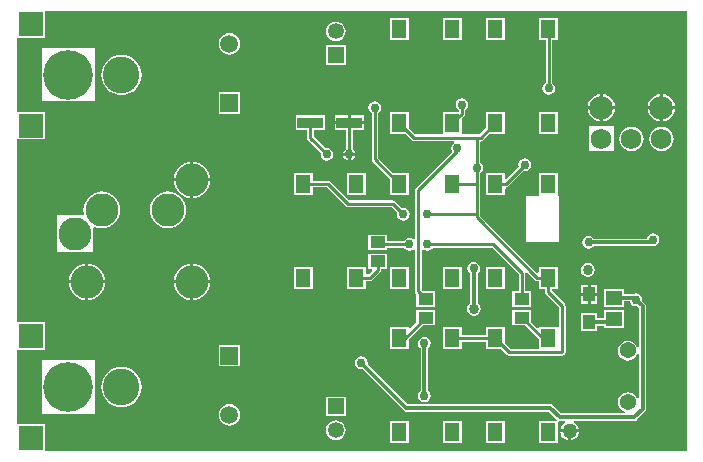
<source format=gtl>
%FSLAX42Y42*%
%MOMM*%
G71*
G01*
G75*
G04 Layer_Physical_Order=1*
G04 Layer_Color=255*
%ADD10R,1.30X1.55*%
%ADD11R,1.40X1.20*%
%ADD12R,1.30X1.00*%
%ADD13R,2.20X0.95*%
%ADD14R,1.10X1.25*%
%ADD15C,0.30*%
%ADD16C,0.25*%
%ADD17C,1.75*%
%ADD18C,2.00*%
%ADD19R,2.00X2.00*%
%ADD20C,4.20*%
%ADD21C,3.10*%
%ADD22C,1.37*%
%ADD23C,0.86*%
%ADD24R,1.35X1.35*%
%ADD25C,1.35*%
%ADD26C,2.79*%
%ADD27R,1.50X1.50*%
%ADD28C,1.50*%
%ADD29C,0.76*%
%ADD30C,1.27*%
G36*
X10157Y7026D02*
X4722D01*
Y7254D01*
X4492D01*
D01*
X4492D01*
X4486Y7260D01*
Y7884D01*
X4486D01*
X4492D01*
X4497Y7884D01*
X4497Y7884D01*
Y7884D01*
X4722D01*
Y8114D01*
X4497D01*
X4497Y8114D01*
Y8114D01*
X4492Y8114D01*
X4486Y8120D01*
Y9666D01*
X4486D01*
X4492D01*
X4497Y9666D01*
X4497Y9666D01*
Y9666D01*
X4722D01*
Y9896D01*
X4497D01*
X4497Y9896D01*
Y9896D01*
X4492Y9896D01*
X4486Y9902D01*
Y10526D01*
X4492D01*
Y10526D01*
X4722D01*
Y10754D01*
X10157D01*
Y7026D01*
D02*
G37*
%LPC*%
G36*
X9402Y8430D02*
X9345D01*
Y8365D01*
X9402D01*
Y8430D01*
D02*
G37*
G36*
X6993Y8585D02*
X6832D01*
Y8400D01*
X6993D01*
Y8585D01*
D02*
G37*
G36*
X8255D02*
X8095D01*
Y8400D01*
X8255D01*
Y8585D01*
D02*
G37*
G36*
X7805D02*
X7645D01*
Y8400D01*
X7805D01*
Y8585D01*
D02*
G37*
G36*
X5956Y8446D02*
X5815D01*
X5816Y8428D01*
X5825Y8399D01*
X5840Y8372D01*
X5859Y8348D01*
X5883Y8329D01*
X5909Y8314D01*
X5939Y8306D01*
X5956Y8304D01*
Y8446D01*
D02*
G37*
G36*
X5234D02*
X5093D01*
Y8304D01*
X5110Y8306D01*
X5140Y8314D01*
X5166Y8329D01*
X5190Y8348D01*
X5209Y8372D01*
X5224Y8399D01*
X5233Y8428D01*
X5234Y8446D01*
D02*
G37*
G36*
X9319Y8430D02*
X9262D01*
Y8365D01*
X9319D01*
Y8430D01*
D02*
G37*
G36*
X6123Y8446D02*
X5982D01*
Y8304D01*
X5999Y8306D01*
X6029Y8314D01*
X6055Y8329D01*
X6079Y8348D01*
X6098Y8372D01*
X6113Y8399D01*
X6122Y8428D01*
X6123Y8446D01*
D02*
G37*
G36*
X8618Y8585D02*
X8458D01*
Y8400D01*
X8618D01*
Y8585D01*
D02*
G37*
G36*
X9068Y9380D02*
X8908D01*
Y9198D01*
X8908Y9198D01*
X8908D01*
X8908Y9195D01*
X8900Y9187D01*
X8801D01*
Y8796D01*
X9081D01*
Y9187D01*
X9076D01*
X9068Y9195D01*
X9068Y9198D01*
X9068Y9198D01*
X9068D01*
Y9380D01*
D02*
G37*
G36*
X7624Y8697D02*
X7464D01*
Y8567D01*
X7491D01*
X7497Y8553D01*
X7465Y8521D01*
X7443D01*
Y8585D01*
X7282D01*
Y8400D01*
X7443D01*
Y8464D01*
X7476D01*
X7476Y8464D01*
X7487Y8466D01*
X7497Y8472D01*
X7564Y8540D01*
X7564Y8540D01*
X7570Y8549D01*
X7572Y8560D01*
Y8567D01*
X7624D01*
Y8697D01*
D02*
G37*
G36*
X5766Y9223D02*
X5735Y9220D01*
X5706Y9212D01*
X5679Y9197D01*
X5656Y9178D01*
X5636Y9154D01*
X5622Y9127D01*
X5613Y9098D01*
X5610Y9068D01*
X5613Y9037D01*
X5622Y9008D01*
X5636Y8981D01*
X5656Y8958D01*
X5679Y8938D01*
X5706Y8924D01*
X5735Y8915D01*
X5766Y8912D01*
X5796Y8915D01*
X5825Y8924D01*
X5852Y8938D01*
X5876Y8958D01*
X5895Y8981D01*
X5910Y9008D01*
X5918Y9037D01*
X5921Y9068D01*
X5918Y9098D01*
X5910Y9127D01*
X5895Y9154D01*
X5876Y9178D01*
X5852Y9197D01*
X5825Y9212D01*
X5796Y9220D01*
X5766Y9223D01*
D02*
G37*
G36*
X9873Y8868D02*
X9852Y8864D01*
X9835Y8852D01*
X9823Y8835D01*
X9821Y8825D01*
X9370D01*
X9365Y8832D01*
X9348Y8844D01*
X9327Y8848D01*
X9306Y8844D01*
X9288Y8832D01*
X9277Y8814D01*
X9272Y8793D01*
X9277Y8773D01*
X9288Y8755D01*
X9306Y8743D01*
X9327Y8739D01*
X9348Y8743D01*
X9365Y8755D01*
X9370Y8762D01*
X9853D01*
X9855Y8763D01*
X9873Y8759D01*
X9894Y8764D01*
X9911Y8775D01*
X9923Y8793D01*
X9927Y8814D01*
X9923Y8835D01*
X9911Y8852D01*
X9894Y8864D01*
X9873Y8868D01*
D02*
G37*
G36*
X9322Y8619D02*
X9299Y8615D01*
X9280Y8602D01*
X9267Y8583D01*
X9262Y8560D01*
X9267Y8537D01*
X9280Y8518D01*
X9299Y8505D01*
X9322Y8500D01*
X9345Y8505D01*
X9364Y8518D01*
X9377Y8537D01*
X9381Y8560D01*
X9377Y8583D01*
X9364Y8602D01*
X9345Y8615D01*
X9322Y8619D01*
D02*
G37*
G36*
X5093Y8613D02*
Y8471D01*
X5234D01*
X5233Y8489D01*
X5224Y8518D01*
X5209Y8545D01*
X5190Y8568D01*
X5166Y8588D01*
X5140Y8602D01*
X5110Y8611D01*
X5093Y8613D01*
D02*
G37*
G36*
X5067D02*
X5050Y8611D01*
X5020Y8602D01*
X4994Y8588D01*
X4970Y8568D01*
X4951Y8545D01*
X4936Y8518D01*
X4927Y8489D01*
X4926Y8471D01*
X5067D01*
Y8613D01*
D02*
G37*
G36*
X5982D02*
Y8471D01*
X6123D01*
X6122Y8489D01*
X6113Y8518D01*
X6098Y8545D01*
X6079Y8568D01*
X6055Y8588D01*
X6029Y8602D01*
X5999Y8611D01*
X5982Y8613D01*
D02*
G37*
G36*
X5956D02*
X5939Y8611D01*
X5909Y8602D01*
X5883Y8588D01*
X5859Y8568D01*
X5840Y8545D01*
X5825Y8518D01*
X5816Y8489D01*
X5815Y8471D01*
X5956D01*
Y8613D01*
D02*
G37*
G36*
X6287Y7423D02*
X6263Y7420D01*
X6241Y7411D01*
X6222Y7396D01*
X6208Y7377D01*
X6199Y7355D01*
X6195Y7332D01*
X6199Y7308D01*
X6208Y7286D01*
X6222Y7268D01*
X6241Y7253D01*
X6263Y7244D01*
X6287Y7241D01*
X6310Y7244D01*
X6332Y7253D01*
X6351Y7268D01*
X6365Y7286D01*
X6374Y7308D01*
X6378Y7332D01*
X6374Y7355D01*
X6365Y7377D01*
X6351Y7396D01*
X6332Y7411D01*
X6310Y7420D01*
X6287Y7423D01*
D02*
G37*
G36*
X7188Y7286D02*
X7167Y7283D01*
X7146Y7275D01*
X7129Y7262D01*
X7116Y7244D01*
X7108Y7224D01*
X7105Y7203D01*
X7108Y7181D01*
X7116Y7161D01*
X7129Y7143D01*
X7146Y7130D01*
X7167Y7122D01*
X7188Y7119D01*
X7210Y7122D01*
X7230Y7130D01*
X7247Y7143D01*
X7260Y7161D01*
X7269Y7181D01*
X7272Y7203D01*
X7269Y7224D01*
X7260Y7244D01*
X7247Y7262D01*
X7230Y7275D01*
X7210Y7283D01*
X7188Y7286D01*
D02*
G37*
G36*
X5149Y7795D02*
X4696D01*
Y7582D01*
X4697Y7582D01*
D01*
D01*
X4697Y7557D01*
X4696Y7343D01*
X5149D01*
Y7795D01*
D02*
G37*
G36*
X7271Y7485D02*
X7105D01*
Y7320D01*
X7271D01*
Y7485D01*
D02*
G37*
G36*
X9245Y7183D02*
X9180D01*
Y7118D01*
X9187Y7119D01*
X9207Y7127D01*
X9223Y7140D01*
X9236Y7156D01*
X9244Y7175D01*
X9245Y7183D01*
D02*
G37*
G36*
X7805Y7277D02*
X7645D01*
Y7092D01*
X7805D01*
Y7277D01*
D02*
G37*
G36*
X8618Y7277D02*
X8458D01*
Y7092D01*
X8618D01*
Y7277D01*
D02*
G37*
G36*
X9154Y7183D02*
X9089D01*
X9090Y7175D01*
X9098Y7156D01*
X9111Y7140D01*
X9127Y7127D01*
X9146Y7119D01*
X9154Y7118D01*
Y7183D01*
D02*
G37*
G36*
X8255Y7277D02*
X8095D01*
Y7092D01*
X8255D01*
Y7277D01*
D02*
G37*
G36*
X5372Y7740D02*
X5339Y7737D01*
X5307Y7727D01*
X5277Y7711D01*
X5251Y7690D01*
X5230Y7664D01*
X5214Y7635D01*
X5204Y7603D01*
X5201Y7569D01*
X5204Y7536D01*
X5214Y7504D01*
X5230Y7474D01*
X5251Y7448D01*
X5277Y7427D01*
X5307Y7411D01*
X5339Y7401D01*
X5372Y7398D01*
X5405Y7401D01*
X5438Y7411D01*
X5467Y7427D01*
X5493Y7448D01*
X5514Y7474D01*
X5530Y7504D01*
X5540Y7536D01*
X5543Y7569D01*
X5540Y7603D01*
X5530Y7635D01*
X5514Y7664D01*
X5493Y7690D01*
X5467Y7711D01*
X5438Y7727D01*
X5405Y7737D01*
X5372Y7740D01*
D02*
G37*
G36*
X9319Y8339D02*
X9262D01*
Y8274D01*
X9319D01*
Y8339D01*
D02*
G37*
G36*
X8357Y8627D02*
X8336Y8623D01*
X8318Y8611D01*
X8306Y8593D01*
X8302Y8572D01*
X8306Y8552D01*
X8318Y8534D01*
X8326Y8529D01*
Y8279D01*
X8314Y8272D01*
X8302Y8252D01*
X8297Y8230D01*
X8302Y8207D01*
X8314Y8187D01*
X8334Y8175D01*
X8357Y8170D01*
X8379Y8175D01*
X8399Y8187D01*
X8412Y8207D01*
X8416Y8230D01*
X8412Y8252D01*
X8399Y8272D01*
X8388Y8279D01*
Y8529D01*
X8395Y8534D01*
X8407Y8552D01*
X8411Y8572D01*
X8407Y8593D01*
X8395Y8611D01*
X8377Y8623D01*
X8357Y8627D01*
D02*
G37*
G36*
X5067Y8446D02*
X4926D01*
X4927Y8428D01*
X4936Y8399D01*
X4951Y8372D01*
X4970Y8348D01*
X4994Y8329D01*
X5020Y8314D01*
X5050Y8306D01*
X5067Y8304D01*
Y8446D01*
D02*
G37*
G36*
X9402Y8339D02*
X9345D01*
Y8274D01*
X9402D01*
Y8339D01*
D02*
G37*
G36*
X9628Y8220D02*
X9458D01*
Y8148D01*
X9402D01*
Y8195D01*
X9262D01*
Y8039D01*
X9402D01*
Y8086D01*
X9458D01*
Y8069D01*
X9628D01*
Y8220D01*
D02*
G37*
G36*
X6377Y7922D02*
X6196D01*
Y7742D01*
X6377D01*
Y7922D01*
D02*
G37*
G36*
X7938Y7992D02*
X7917Y7988D01*
X7899Y7976D01*
X7887Y7958D01*
X7883Y7938D01*
X7887Y7917D01*
X7899Y7899D01*
X7906Y7894D01*
Y7536D01*
X7899Y7531D01*
X7887Y7514D01*
X7883Y7493D01*
X7887Y7472D01*
X7899Y7455D01*
X7917Y7443D01*
X7938Y7439D01*
X7958Y7443D01*
X7976Y7455D01*
X7988Y7472D01*
X7992Y7493D01*
X7988Y7514D01*
X7976Y7531D01*
X7969Y7536D01*
Y7894D01*
X7976Y7899D01*
X7988Y7917D01*
X7992Y7938D01*
X7988Y7958D01*
X7976Y7976D01*
X7958Y7988D01*
X7938Y7992D01*
D02*
G37*
G36*
X8030Y8220D02*
X7870D01*
Y8115D01*
X7820Y8064D01*
X7805Y8070D01*
Y8072D01*
X7645D01*
Y7887D01*
X7805D01*
Y7970D01*
X7925Y8089D01*
X8030D01*
Y8220D01*
D02*
G37*
G36*
X9628Y8400D02*
X9458D01*
Y8249D01*
X9628D01*
Y8294D01*
X9676D01*
X9678Y8285D01*
X9690Y8267D01*
X9707Y8256D01*
X9728Y8251D01*
X9737Y8253D01*
X9753Y8237D01*
Y7909D01*
X9738Y7906D01*
X9733Y7919D01*
X9719Y7936D01*
X9702Y7950D01*
X9682Y7958D01*
X9660Y7961D01*
X9638Y7958D01*
X9617Y7950D01*
X9600Y7936D01*
X9586Y7919D01*
X9578Y7898D01*
X9575Y7877D01*
X9578Y7855D01*
X9586Y7834D01*
X9600Y7817D01*
X9617Y7803D01*
X9638Y7795D01*
X9660Y7792D01*
X9682Y7795D01*
X9702Y7803D01*
X9719Y7817D01*
X9733Y7834D01*
X9738Y7847D01*
X9753Y7844D01*
Y7472D01*
X9738Y7469D01*
X9733Y7482D01*
X9719Y7499D01*
X9702Y7513D01*
X9682Y7521D01*
X9660Y7524D01*
X9638Y7521D01*
X9617Y7513D01*
X9600Y7499D01*
X9586Y7482D01*
X9578Y7462D01*
X9575Y7440D01*
X9578Y7418D01*
X9586Y7397D01*
X9600Y7380D01*
X9617Y7366D01*
X9636Y7359D01*
X9633Y7344D01*
X9096D01*
X9026Y7413D01*
X9016Y7420D01*
X9004Y7422D01*
X7798D01*
X7457Y7764D01*
X7458Y7772D01*
X7454Y7793D01*
X7443Y7811D01*
X7425Y7823D01*
X7404Y7827D01*
X7383Y7823D01*
X7366Y7811D01*
X7354Y7793D01*
X7350Y7772D01*
X7354Y7752D01*
X7366Y7734D01*
X7383Y7722D01*
X7404Y7718D01*
X7413Y7720D01*
X7763Y7369D01*
X7763Y7369D01*
X7763D01*
X7763Y7369D01*
X7763D01*
X7763Y7369D01*
Y7369D01*
Y7369D01*
D01*
D01*
X7763D01*
Y7369D01*
X7773Y7363D01*
X7785Y7360D01*
X8991D01*
X9061Y7291D01*
X9059Y7288D01*
X9052Y7277D01*
X8908D01*
Y7092D01*
X9068D01*
Y7273D01*
X9080Y7282D01*
X9083Y7282D01*
X9129D01*
X9132Y7267D01*
X9127Y7265D01*
X9111Y7252D01*
X9098Y7236D01*
X9090Y7216D01*
X9089Y7209D01*
X9245D01*
X9244Y7216D01*
X9236Y7236D01*
X9223Y7252D01*
X9207Y7265D01*
X9202Y7267D01*
X9205Y7282D01*
X9713D01*
X9725Y7284D01*
X9735Y7291D01*
X9806Y7362D01*
X9813Y7372D01*
X9815Y7384D01*
Y8250D01*
X9813Y8262D01*
X9806Y8272D01*
X9781Y8297D01*
X9783Y8306D01*
X9778Y8327D01*
X9767Y8344D01*
X9749Y8356D01*
X9728Y8360D01*
X9707Y8356D01*
X9707Y8356D01*
X9628D01*
Y8400D01*
D02*
G37*
G36*
X6993Y9380D02*
X6832D01*
Y9195D01*
X6993D01*
Y9259D01*
X7109D01*
X7270Y9098D01*
X7270Y9098D01*
X7279Y9092D01*
X7279Y9092D01*
X7279Y9092D01*
D01*
X7279Y9092D01*
X7279Y9092D01*
X7290Y9090D01*
X7290Y9090D01*
X7659D01*
X7708Y9041D01*
X7705Y9030D01*
X7709Y9009D01*
X7721Y8991D01*
X7739Y8979D01*
X7760Y8975D01*
X7781Y8979D01*
X7798Y8991D01*
X7810Y9009D01*
X7814Y9030D01*
X7810Y9051D01*
X7798Y9068D01*
X7781Y9080D01*
X7760Y9084D01*
X7748Y9082D01*
X7691Y9139D01*
X7682Y9145D01*
X7671Y9147D01*
X7671Y9147D01*
X7302D01*
X7141Y9308D01*
X7132Y9314D01*
X7121Y9316D01*
X7121Y9316D01*
X6993D01*
Y9380D01*
D02*
G37*
G36*
X9449Y10047D02*
Y9945D01*
X9551D01*
X9548Y9962D01*
X9537Y9990D01*
X9518Y10014D01*
X9494Y10033D01*
X9466Y10045D01*
X9449Y10047D01*
D02*
G37*
G36*
X9423D02*
X9406Y10045D01*
X9378Y10033D01*
X9354Y10014D01*
X9335Y9990D01*
X9324Y9962D01*
X9322Y9945D01*
X9423D01*
Y10047D01*
D02*
G37*
G36*
X9957D02*
Y9945D01*
X10059D01*
X10056Y9962D01*
X10045Y9990D01*
X10026Y10014D01*
X10002Y10033D01*
X9974Y10045D01*
X9957Y10047D01*
D02*
G37*
G36*
X9931D02*
X9914Y10045D01*
X9886Y10033D01*
X9862Y10014D01*
X9843Y9990D01*
X9832Y9962D01*
X9830Y9945D01*
X9931D01*
Y10047D01*
D02*
G37*
G36*
X6377Y10064D02*
X6196D01*
Y9883D01*
X6377D01*
Y10064D01*
D02*
G37*
G36*
X9551Y9920D02*
X9449D01*
Y9818D01*
X9466Y9820D01*
X9494Y9832D01*
X9518Y9850D01*
X9537Y9874D01*
X9548Y9902D01*
X9551Y9920D01*
D02*
G37*
G36*
X9423D02*
X9322D01*
X9324Y9902D01*
X9335Y9874D01*
X9354Y9850D01*
X9378Y9832D01*
X9406Y9820D01*
X9423Y9818D01*
Y9920D01*
D02*
G37*
G36*
X10059D02*
X9957D01*
Y9818D01*
X9974Y9820D01*
X10002Y9832D01*
X10026Y9850D01*
X10045Y9874D01*
X10056Y9902D01*
X10059Y9920D01*
D02*
G37*
G36*
X9931D02*
X9830D01*
X9832Y9902D01*
X9843Y9874D01*
X9862Y9850D01*
X9886Y9832D01*
X9914Y9820D01*
X9931Y9818D01*
Y9920D01*
D02*
G37*
G36*
X7805Y10688D02*
X7645D01*
Y10503D01*
X7805D01*
Y10688D01*
D02*
G37*
G36*
X7188Y10661D02*
X7167Y10658D01*
X7146Y10650D01*
X7129Y10637D01*
X7116Y10619D01*
X7108Y10599D01*
X7105Y10578D01*
X7108Y10556D01*
X7116Y10536D01*
X7129Y10518D01*
X7146Y10505D01*
X7167Y10497D01*
X7188Y10494D01*
X7210Y10497D01*
X7230Y10505D01*
X7247Y10518D01*
X7260Y10536D01*
X7269Y10556D01*
X7272Y10578D01*
X7269Y10599D01*
X7260Y10619D01*
X7247Y10637D01*
X7230Y10650D01*
X7210Y10658D01*
X7188Y10661D01*
D02*
G37*
G36*
X8618Y10688D02*
X8458D01*
Y10503D01*
X8618D01*
Y10688D01*
D02*
G37*
G36*
X8255D02*
X8095D01*
Y10503D01*
X8255D01*
Y10688D01*
D02*
G37*
G36*
X6287Y10565D02*
X6263Y10561D01*
X6241Y10552D01*
X6222Y10538D01*
X6208Y10519D01*
X6199Y10497D01*
X6195Y10474D01*
X6199Y10450D01*
X6208Y10428D01*
X6222Y10409D01*
X6241Y10395D01*
X6263Y10386D01*
X6287Y10382D01*
X6310Y10386D01*
X6332Y10395D01*
X6351Y10409D01*
X6365Y10428D01*
X6374Y10450D01*
X6378Y10474D01*
X6374Y10497D01*
X6365Y10519D01*
X6351Y10538D01*
X6332Y10552D01*
X6310Y10561D01*
X6287Y10565D01*
D02*
G37*
G36*
X5372Y10382D02*
X5339Y10379D01*
X5307Y10369D01*
X5277Y10353D01*
X5251Y10332D01*
X5230Y10306D01*
X5214Y10276D01*
X5204Y10244D01*
X5201Y10211D01*
X5204Y10177D01*
X5214Y10145D01*
X5230Y10116D01*
X5251Y10090D01*
X5277Y10069D01*
X5307Y10053D01*
X5339Y10043D01*
X5372Y10040D01*
X5405Y10043D01*
X5438Y10053D01*
X5467Y10069D01*
X5493Y10090D01*
X5514Y10116D01*
X5530Y10145D01*
X5540Y10177D01*
X5543Y10211D01*
X5540Y10244D01*
X5530Y10276D01*
X5514Y10306D01*
X5493Y10332D01*
X5467Y10353D01*
X5438Y10369D01*
X5405Y10379D01*
X5372Y10382D01*
D02*
G37*
G36*
X5149Y10437D02*
X4696D01*
Y10224D01*
X4697Y10224D01*
D01*
D01*
X4697Y10199D01*
X4696Y9985D01*
X5149D01*
Y10437D01*
D02*
G37*
G36*
X7271Y10460D02*
X7105D01*
Y10295D01*
X7271D01*
Y10460D01*
D02*
G37*
G36*
X9068Y10688D02*
X8908D01*
Y10503D01*
X8963D01*
Y10142D01*
X8953Y10135D01*
X8941Y10117D01*
X8937Y10096D01*
X8941Y10076D01*
X8953Y10058D01*
X8971Y10046D01*
X8992Y10042D01*
X9012Y10046D01*
X9030Y10058D01*
X9042Y10076D01*
X9046Y10096D01*
X9042Y10117D01*
X9030Y10135D01*
X9020Y10142D01*
Y10503D01*
X9068D01*
Y10688D01*
D02*
G37*
G36*
X7428Y9867D02*
X7315D01*
Y9817D01*
X7428D01*
Y9867D01*
D02*
G37*
G36*
X5982Y9476D02*
Y9335D01*
X6123D01*
X6122Y9352D01*
X6113Y9381D01*
X6098Y9408D01*
X6079Y9432D01*
X6055Y9451D01*
X6029Y9466D01*
X5999Y9474D01*
X5982Y9476D01*
D02*
G37*
G36*
X5956D02*
X5939Y9474D01*
X5909Y9466D01*
X5883Y9451D01*
X5859Y9432D01*
X5840Y9408D01*
X5825Y9381D01*
X5816Y9352D01*
X5815Y9335D01*
X5956D01*
Y9476D01*
D02*
G37*
G36*
X7098Y9867D02*
X6847D01*
Y9742D01*
X6944D01*
Y9677D01*
X6944Y9677D01*
X6946Y9666D01*
X6952Y9657D01*
X7060Y9549D01*
X7058Y9538D01*
X7062Y9517D01*
X7074Y9499D01*
X7091Y9487D01*
X7112Y9483D01*
X7133Y9487D01*
X7150Y9499D01*
X7162Y9517D01*
X7166Y9538D01*
X7162Y9559D01*
X7150Y9576D01*
X7133Y9588D01*
X7112Y9592D01*
X7100Y9590D01*
X7001Y9689D01*
Y9742D01*
X7098D01*
Y9867D01*
D02*
G37*
G36*
X8788Y9503D02*
X8768Y9499D01*
X8750Y9487D01*
X8738Y9470D01*
X8734Y9449D01*
X8736Y9437D01*
X8632Y9333D01*
X8618Y9339D01*
Y9380D01*
X8458D01*
Y9195D01*
X8618D01*
Y9215D01*
X8627Y9259D01*
X8638Y9261D01*
X8647Y9267D01*
X8777Y9397D01*
X8788Y9394D01*
X8809Y9399D01*
X8827Y9410D01*
X8839Y9428D01*
X8843Y9449D01*
X8839Y9470D01*
X8827Y9487D01*
X8809Y9499D01*
X8788Y9503D01*
D02*
G37*
G36*
X7518Y9986D02*
X7498Y9982D01*
X7480Y9970D01*
X7468Y9952D01*
X7464Y9931D01*
X7468Y9911D01*
X7480Y9893D01*
X7490Y9886D01*
Y9494D01*
X7490Y9494D01*
X7492Y9483D01*
X7498Y9474D01*
X7645Y9327D01*
Y9195D01*
X7805D01*
Y9380D01*
X7673D01*
X7547Y9506D01*
Y9886D01*
X7557Y9893D01*
X7569Y9911D01*
X7573Y9931D01*
X7569Y9952D01*
X7557Y9970D01*
X7539Y9982D01*
X7518Y9986D01*
D02*
G37*
G36*
X5956Y9309D02*
X5815D01*
X5816Y9291D01*
X5825Y9262D01*
X5840Y9235D01*
X5859Y9212D01*
X5883Y9192D01*
X5909Y9178D01*
X5939Y9169D01*
X5956Y9167D01*
Y9309D01*
D02*
G37*
G36*
X5207Y9223D02*
X5177Y9220D01*
X5147Y9212D01*
X5121Y9197D01*
X5097Y9178D01*
X5078Y9154D01*
X5063Y9127D01*
X5054Y9098D01*
X5051Y9068D01*
X5054Y9037D01*
X5056Y9032D01*
X5047Y9020D01*
D01*
Y9020D01*
X5047Y9020D01*
X4823D01*
Y8878D01*
X4824Y8877D01*
D01*
D01*
X4824Y8853D01*
D01*
X4823Y8710D01*
X5133D01*
Y8857D01*
Y8857D01*
Y8872D01*
Y8915D01*
X5145Y8925D01*
X5147Y8924D01*
X5177Y8915D01*
X5207Y8912D01*
X5237Y8915D01*
X5267Y8924D01*
X5293Y8938D01*
X5317Y8958D01*
X5336Y8981D01*
X5351Y9008D01*
X5360Y9037D01*
X5363Y9068D01*
X5360Y9098D01*
X5351Y9127D01*
X5336Y9154D01*
X5317Y9178D01*
X5293Y9197D01*
X5267Y9212D01*
X5237Y9220D01*
X5207Y9223D01*
D02*
G37*
G36*
X7443Y9380D02*
X7282D01*
Y9195D01*
X7443D01*
Y9380D01*
D02*
G37*
G36*
X6123Y9309D02*
X5982D01*
Y9167D01*
X5999Y9169D01*
X6029Y9178D01*
X6055Y9192D01*
X6079Y9212D01*
X6098Y9235D01*
X6113Y9262D01*
X6122Y9291D01*
X6123Y9309D01*
D02*
G37*
G36*
X8255Y10011D02*
X8234Y10007D01*
X8217Y9995D01*
X8205Y9978D01*
X8201Y9957D01*
X8205Y9936D01*
X8217Y9918D01*
X8227Y9912D01*
Y9893D01*
X8095D01*
Y9717D01*
X8095Y9717D01*
X8095D01*
X8095Y9708D01*
X8093Y9706D01*
X7860D01*
X7805Y9761D01*
Y9893D01*
X7645D01*
Y9708D01*
X7778D01*
X7828Y9657D01*
X7828Y9657D01*
X7837Y9651D01*
X7837Y9651D01*
X7837Y9651D01*
D01*
X7837Y9651D01*
X7837Y9651D01*
X7848Y9649D01*
X8185D01*
X8189Y9634D01*
X8178Y9627D01*
X8167Y9609D01*
X8163Y9589D01*
X8167Y9568D01*
X8172Y9559D01*
X7867Y9253D01*
X7860Y9244D01*
X7858Y9233D01*
X7858Y9233D01*
Y8824D01*
X7845Y8817D01*
X7831Y8826D01*
X7811Y8830D01*
X7790Y8826D01*
X7772Y8814D01*
X7765Y8804D01*
X7624D01*
Y8857D01*
X7464D01*
Y8727D01*
X7624D01*
Y8747D01*
X7765D01*
X7772Y8737D01*
X7790Y8725D01*
X7811Y8721D01*
X7831Y8725D01*
X7845Y8734D01*
X7858Y8727D01*
Y8378D01*
X7858Y8378D01*
X7860Y8367D01*
X7867Y8358D01*
X7870Y8355D01*
Y8249D01*
X8030D01*
Y8380D01*
X7925D01*
X7915Y8390D01*
Y8727D01*
X7929Y8734D01*
X7942Y8725D01*
X7963Y8721D01*
X7984Y8725D01*
X8001Y8737D01*
X8008Y8747D01*
X8510D01*
X8735Y8523D01*
Y8380D01*
X8683D01*
Y8249D01*
X8843D01*
Y8380D01*
X8791D01*
Y8534D01*
X8791Y8534D01*
X8808Y8538D01*
X8874Y8472D01*
X8874Y8472D01*
X8883Y8466D01*
X8894Y8464D01*
X8908D01*
Y8400D01*
X8960D01*
Y8373D01*
X8960Y8373D01*
X8962Y8362D01*
X8968Y8353D01*
X9077Y8243D01*
Y8072D01*
X9068D01*
Y8072D01*
X8908D01*
Y8070D01*
X8894Y8064D01*
X8843Y8115D01*
Y8220D01*
X8683D01*
Y8089D01*
X8788D01*
X8908Y7970D01*
Y7890D01*
X8668D01*
X8618Y7939D01*
Y8072D01*
X8458D01*
Y8008D01*
X8255D01*
Y8072D01*
X8095D01*
Y7887D01*
X8255D01*
Y7951D01*
X8458D01*
Y7887D01*
X8590D01*
X8636Y7841D01*
X8636Y7841D01*
X8645Y7835D01*
X8645Y7835D01*
X8645Y7835D01*
D01*
X8645Y7835D01*
X8645Y7835D01*
X8656Y7833D01*
X8656Y7833D01*
X9106D01*
X9117Y7835D01*
X9126Y7841D01*
X9132Y7850D01*
X9134Y7861D01*
Y8255D01*
X9132Y8266D01*
X9126Y8275D01*
X9126Y8275D01*
X9016Y8385D01*
Y8400D01*
X9068D01*
Y8585D01*
X8908D01*
Y8539D01*
X8894Y8533D01*
X8410Y9016D01*
Y9030D01*
Y9284D01*
X8410Y9284D01*
X8410Y9284D01*
Y9378D01*
X8420Y9385D01*
X8432Y9403D01*
X8436Y9423D01*
X8432Y9444D01*
X8420Y9462D01*
X8410Y9469D01*
Y9627D01*
X8415Y9649D01*
X8426Y9651D01*
X8435Y9657D01*
X8486Y9708D01*
X8618D01*
Y9893D01*
X8458D01*
Y9761D01*
X8403Y9706D01*
X8257D01*
X8255Y9708D01*
X8255Y9717D01*
X8255Y9717D01*
X8255D01*
Y9841D01*
X8275Y9860D01*
X8275Y9860D01*
X8281Y9869D01*
X8283Y9880D01*
X8283Y9880D01*
Y9912D01*
X8293Y9918D01*
X8305Y9936D01*
X8309Y9957D01*
X8305Y9978D01*
X8293Y9995D01*
X8276Y10007D01*
X8255Y10011D01*
D02*
G37*
G36*
X9540Y9774D02*
X9335D01*
Y9685D01*
X9334Y9682D01*
X9335D01*
Y9657D01*
X9334D01*
X9335Y9654D01*
Y9568D01*
X9421D01*
X9423Y9568D01*
Y9568D01*
X9426D01*
X9426Y9568D01*
X9449D01*
D01*
X9449D01*
X9540D01*
X9540Y9568D01*
Y9774D01*
D02*
G37*
G36*
X7290Y9867D02*
X7177D01*
Y9817D01*
X7290D01*
Y9867D01*
D02*
G37*
G36*
X9068Y9893D02*
X8908D01*
Y9708D01*
X9068D01*
Y9893D01*
D02*
G37*
G36*
X9944Y9773D02*
X9917Y9770D01*
X9892Y9760D01*
X9871Y9743D01*
X9854Y9722D01*
X9844Y9697D01*
X9840Y9670D01*
X9844Y9643D01*
X9854Y9618D01*
X9871Y9597D01*
X9892Y9580D01*
X9917Y9570D01*
X9944Y9566D01*
X9971Y9570D01*
X9996Y9580D01*
X10017Y9597D01*
X10034Y9618D01*
X10044Y9643D01*
X10048Y9670D01*
X10044Y9697D01*
X10034Y9722D01*
X10017Y9743D01*
X9996Y9760D01*
X9971Y9770D01*
X9944Y9773D01*
D02*
G37*
G36*
X7354Y9525D02*
X7315D01*
Y9486D01*
X7323Y9487D01*
X7341Y9499D01*
X7353Y9517D01*
X7354Y9525D01*
D02*
G37*
G36*
X7290D02*
X7251D01*
X7252Y9517D01*
X7264Y9499D01*
X7282Y9487D01*
X7290Y9486D01*
Y9525D01*
D02*
G37*
G36*
X9690Y9773D02*
X9663Y9770D01*
X9638Y9760D01*
X9617Y9743D01*
X9600Y9722D01*
X9590Y9697D01*
X9586Y9670D01*
X9590Y9643D01*
X9600Y9618D01*
X9617Y9597D01*
X9638Y9580D01*
X9663Y9570D01*
X9690Y9566D01*
X9717Y9570D01*
X9742Y9580D01*
X9763Y9597D01*
X9780Y9618D01*
X9790Y9643D01*
X9794Y9670D01*
X9790Y9697D01*
X9780Y9722D01*
X9763Y9743D01*
X9742Y9760D01*
X9717Y9770D01*
X9690Y9773D01*
D02*
G37*
G36*
X7428Y9792D02*
X7177D01*
Y9742D01*
X7274D01*
Y9583D01*
X7264Y9576D01*
X7252Y9559D01*
X7251Y9550D01*
X7354D01*
X7353Y9559D01*
X7341Y9576D01*
X7331Y9583D01*
Y9742D01*
X7428D01*
Y9792D01*
D02*
G37*
%LPD*%
D10*
X8538Y8493D02*
D03*
X8988D02*
D03*
X8538Y9288D02*
D03*
X8988D02*
D03*
X7362D02*
D03*
X6912D02*
D03*
X7362Y8493D02*
D03*
X6912D02*
D03*
X8988Y7979D02*
D03*
X8538D02*
D03*
X8988Y7184D02*
D03*
X8538D02*
D03*
X7725Y8493D02*
D03*
X8175D02*
D03*
X7725Y9288D02*
D03*
X8175D02*
D03*
X7725Y7184D02*
D03*
X8175D02*
D03*
X7725Y7979D02*
D03*
X8175D02*
D03*
Y10596D02*
D03*
X7725D02*
D03*
X8175Y9801D02*
D03*
X7725D02*
D03*
X8988Y10596D02*
D03*
X8538D02*
D03*
X8988Y9801D02*
D03*
X8538D02*
D03*
D11*
X9543Y8145D02*
D03*
Y8325D02*
D03*
D12*
X7544Y8632D02*
D03*
Y8792D02*
D03*
X8763Y8155D02*
D03*
Y8315D02*
D03*
X7950Y8155D02*
D03*
Y8315D02*
D03*
D13*
X7302Y9804D02*
D03*
X6972D02*
D03*
D14*
X9332Y8352D02*
D03*
Y8117D02*
D03*
D15*
X9853Y8793D02*
X9873Y8814D01*
X9327Y8793D02*
X9853D01*
X9515Y8117D02*
X9543Y8145D01*
X9332Y8117D02*
X9515D01*
X9709Y8325D02*
X9728Y8306D01*
X9543Y8325D02*
X9709D01*
X7785Y7391D02*
X9004D01*
X7404Y7772D02*
X7785Y7391D01*
X9004D02*
X9083Y7313D01*
X9784Y7384D02*
Y8250D01*
X9713Y7313D02*
X9784Y7384D01*
X9083Y7313D02*
X9713D01*
X8357Y8230D02*
Y8572D01*
X7938Y7493D02*
Y7938D01*
X9728Y8306D02*
X9784Y8250D01*
D16*
X7544Y8792D02*
X7560Y8776D01*
X7811D01*
X6972Y9677D02*
X7112Y9538D01*
X6972Y9677D02*
Y9804D01*
X7302Y9525D02*
X7303Y9525D01*
Y9538D02*
Y9804D01*
X7302Y9804D02*
X7303Y9804D01*
X8992Y10096D02*
Y10592D01*
X8255Y9880D02*
Y9957D01*
X8175Y9801D02*
X8255Y9880D01*
X7518Y9494D02*
Y9931D01*
Y9494D02*
X7725Y9288D01*
X8217Y9563D02*
Y9589D01*
X7725Y7979D02*
X7775D01*
X7950Y8155D01*
X8538Y9288D02*
X8627D01*
X8788Y9449D01*
X7887Y8378D02*
X7950Y8315D01*
X7887Y8378D02*
Y9233D01*
X8217Y9563D01*
X8763Y8315D02*
Y8534D01*
Y8155D02*
X8938Y7979D01*
X8988D01*
X8175Y9288D02*
X8378D01*
X8382Y9284D02*
Y9423D01*
X8378Y9288D02*
X8382Y9284D01*
X7725Y9801D02*
X7848Y9677D01*
X8382Y9423D02*
Y9677D01*
X7848D02*
X8382D01*
X8415D02*
X8538Y9801D01*
X8382Y9677D02*
X8415D01*
X7362Y8493D02*
X7476D01*
X7544Y8560D01*
Y8632D01*
X8175Y7979D02*
X8538D01*
X8656Y7861D01*
X9106D01*
X8382Y9004D02*
X8894Y8493D01*
X8988D01*
Y8373D02*
Y8493D01*
Y8373D02*
X9106Y8255D01*
Y7861D02*
Y8255D01*
X7963Y9030D02*
X8382D01*
Y9004D02*
Y9030D01*
Y9284D01*
X7760Y9030D02*
X7772D01*
X7963Y8776D02*
X8522D01*
X8763Y8534D01*
X6912Y9288D02*
X7121D01*
X7290Y9119D01*
X7671D01*
X7760Y9030D01*
D17*
X9436Y9670D02*
D03*
X9690D02*
D03*
X9944D02*
D03*
D18*
X9436Y9932D02*
D03*
X9944D02*
D03*
D19*
X4607Y7999D02*
D03*
Y7139D02*
D03*
Y10641D02*
D03*
Y9781D02*
D03*
D20*
X4922Y7569D02*
D03*
Y10211D02*
D03*
D21*
X5372Y7569D02*
D03*
Y10211D02*
D03*
D22*
X9660Y7877D02*
D03*
Y7440D02*
D03*
D23*
X9322Y8560D02*
D03*
X8357Y8230D02*
D03*
D24*
X7188Y7403D02*
D03*
Y10378D02*
D03*
D25*
Y7203D02*
D03*
Y10578D02*
D03*
D26*
X4978Y8865D02*
D03*
X5207Y9068D02*
D03*
X5766D02*
D03*
X5080Y8458D02*
D03*
X5969D02*
D03*
Y9322D02*
D03*
D27*
X6287Y7832D02*
D03*
Y9974D02*
D03*
D28*
Y7332D02*
D03*
Y10474D02*
D03*
D29*
X9873Y8814D02*
D03*
X9327Y8793D02*
D03*
X8357Y8572D02*
D03*
X7938Y7493D02*
D03*
X9728Y8306D02*
D03*
X7404Y7772D02*
D03*
X7938Y7938D02*
D03*
X7112Y9538D02*
D03*
X7303D02*
D03*
X8992Y10096D02*
D03*
X8255Y9957D02*
D03*
X7518Y9931D02*
D03*
X8217Y9589D02*
D03*
X8788Y9449D02*
D03*
X7811Y8776D02*
D03*
X7963D02*
D03*
X8382Y9423D02*
D03*
X7963Y9030D02*
D03*
X7760D02*
D03*
D30*
X9167Y7196D02*
D03*
M02*

</source>
